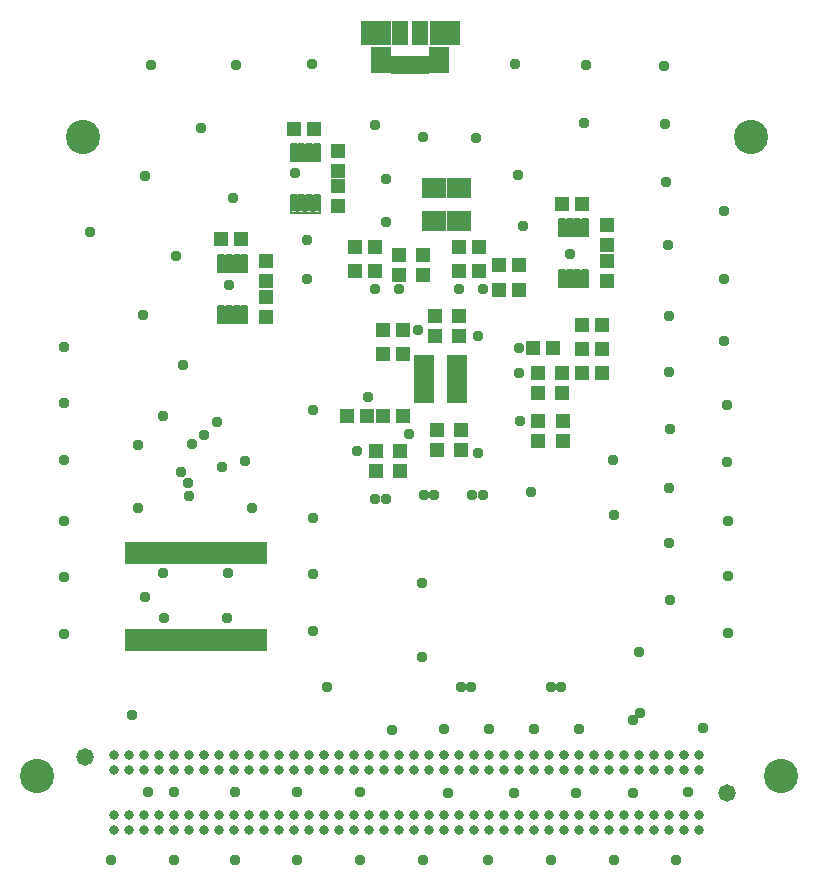
<source format=gbr>
G04 EAGLE Gerber X2 export*
G75*
%MOMM*%
%FSLAX34Y34*%
%LPD*%
%AMOC8*
5,1,8,0,0,1.08239X$1,22.5*%
G01*
%ADD10C,2.903200*%
%ADD11R,1.203200X1.303200*%
%ADD12R,1.303200X1.203200*%
%ADD13R,2.003200X1.803200*%
%ADD14R,1.803200X2.003200*%
%ADD15C,0.170800*%
%ADD16R,0.653200X1.583200*%
%ADD17R,1.678200X2.303200*%
%ADD18R,1.378200X2.103200*%
%ADD19R,2.578200X2.103200*%
%ADD20C,0.838200*%
%ADD21C,1.473200*%
%ADD22R,0.482600X1.879600*%
%ADD23C,0.959600*%


D10*
X69500Y650000D03*
X635000Y650000D03*
X30000Y109000D03*
X660000Y109000D03*
D11*
X224333Y497902D03*
X224333Y514902D03*
X368960Y385163D03*
X368960Y402163D03*
D12*
X323180Y414274D03*
X340180Y414274D03*
X340248Y486624D03*
X323248Y486624D03*
D11*
X387652Y481268D03*
X387652Y498268D03*
X285369Y638680D03*
X285369Y621680D03*
X285394Y591515D03*
X285394Y608515D03*
D12*
X247557Y657258D03*
X264557Y657258D03*
X387777Y536989D03*
X404777Y536989D03*
X421165Y521037D03*
X438165Y521037D03*
D11*
X336702Y533287D03*
X336702Y550287D03*
D12*
X185963Y563438D03*
X202963Y563438D03*
X316304Y536781D03*
X299304Y536781D03*
D13*
X387743Y578712D03*
X387743Y606712D03*
X366812Y578700D03*
X366812Y606700D03*
D12*
X316302Y557146D03*
X299302Y557146D03*
D11*
X357159Y533296D03*
X357159Y550296D03*
D12*
X421166Y541567D03*
X438166Y541567D03*
X387770Y557297D03*
X404770Y557297D03*
D11*
X512673Y575599D03*
X512673Y558599D03*
D12*
X474681Y593821D03*
X491681Y593821D03*
D11*
X512698Y528372D03*
X512698Y545372D03*
X224320Y545054D03*
X224320Y528054D03*
D12*
X491783Y450737D03*
X508783Y450737D03*
X491770Y471042D03*
X508770Y471042D03*
D11*
X474626Y450704D03*
X474626Y433704D03*
X475259Y409856D03*
X475259Y392856D03*
D12*
X491775Y491340D03*
X508775Y491340D03*
D11*
X454268Y450740D03*
X454268Y433740D03*
X454903Y409869D03*
X454903Y392869D03*
X317207Y384149D03*
X317207Y367149D03*
X337476Y384149D03*
X337476Y367149D03*
X389192Y385146D03*
X389192Y402146D03*
D12*
X310145Y414287D03*
X293145Y414287D03*
D11*
X367449Y481298D03*
X367449Y498298D03*
D12*
X340300Y466345D03*
X323300Y466345D03*
D14*
X357858Y455086D03*
X385858Y455086D03*
X357774Y434680D03*
X385774Y434680D03*
D15*
X496784Y522959D02*
X496784Y537583D01*
X496784Y522959D02*
X491660Y522959D01*
X491660Y537583D01*
X496784Y537583D01*
X496784Y524666D02*
X491660Y524666D01*
X491660Y526373D02*
X496784Y526373D01*
X496784Y528080D02*
X491660Y528080D01*
X491660Y529787D02*
X496784Y529787D01*
X496784Y531494D02*
X491660Y531494D01*
X491660Y533201D02*
X496784Y533201D01*
X496784Y534908D02*
X491660Y534908D01*
X491660Y536615D02*
X496784Y536615D01*
X490284Y537583D02*
X490284Y522959D01*
X485160Y522959D01*
X485160Y537583D01*
X490284Y537583D01*
X490284Y524666D02*
X485160Y524666D01*
X485160Y526373D02*
X490284Y526373D01*
X490284Y528080D02*
X485160Y528080D01*
X485160Y529787D02*
X490284Y529787D01*
X490284Y531494D02*
X485160Y531494D01*
X485160Y533201D02*
X490284Y533201D01*
X490284Y534908D02*
X485160Y534908D01*
X485160Y536615D02*
X490284Y536615D01*
X483784Y537583D02*
X483784Y522959D01*
X478660Y522959D01*
X478660Y537583D01*
X483784Y537583D01*
X483784Y524666D02*
X478660Y524666D01*
X478660Y526373D02*
X483784Y526373D01*
X483784Y528080D02*
X478660Y528080D01*
X478660Y529787D02*
X483784Y529787D01*
X483784Y531494D02*
X478660Y531494D01*
X478660Y533201D02*
X483784Y533201D01*
X483784Y534908D02*
X478660Y534908D01*
X478660Y536615D02*
X483784Y536615D01*
X477284Y537583D02*
X477284Y522959D01*
X472160Y522959D01*
X472160Y537583D01*
X477284Y537583D01*
X477284Y524666D02*
X472160Y524666D01*
X472160Y526373D02*
X477284Y526373D01*
X477284Y528080D02*
X472160Y528080D01*
X472160Y529787D02*
X477284Y529787D01*
X477284Y531494D02*
X472160Y531494D01*
X472160Y533201D02*
X477284Y533201D01*
X477284Y534908D02*
X472160Y534908D01*
X472160Y536615D02*
X477284Y536615D01*
X477284Y566359D02*
X477284Y580983D01*
X477284Y566359D02*
X472160Y566359D01*
X472160Y580983D01*
X477284Y580983D01*
X477284Y568066D02*
X472160Y568066D01*
X472160Y569773D02*
X477284Y569773D01*
X477284Y571480D02*
X472160Y571480D01*
X472160Y573187D02*
X477284Y573187D01*
X477284Y574894D02*
X472160Y574894D01*
X472160Y576601D02*
X477284Y576601D01*
X477284Y578308D02*
X472160Y578308D01*
X472160Y580015D02*
X477284Y580015D01*
X483784Y580983D02*
X483784Y566359D01*
X478660Y566359D01*
X478660Y580983D01*
X483784Y580983D01*
X483784Y568066D02*
X478660Y568066D01*
X478660Y569773D02*
X483784Y569773D01*
X483784Y571480D02*
X478660Y571480D01*
X478660Y573187D02*
X483784Y573187D01*
X483784Y574894D02*
X478660Y574894D01*
X478660Y576601D02*
X483784Y576601D01*
X483784Y578308D02*
X478660Y578308D01*
X478660Y580015D02*
X483784Y580015D01*
X490284Y580983D02*
X490284Y566359D01*
X485160Y566359D01*
X485160Y580983D01*
X490284Y580983D01*
X490284Y568066D02*
X485160Y568066D01*
X485160Y569773D02*
X490284Y569773D01*
X490284Y571480D02*
X485160Y571480D01*
X485160Y573187D02*
X490284Y573187D01*
X490284Y574894D02*
X485160Y574894D01*
X485160Y576601D02*
X490284Y576601D01*
X490284Y578308D02*
X485160Y578308D01*
X485160Y580015D02*
X490284Y580015D01*
X496784Y580983D02*
X496784Y566359D01*
X491660Y566359D01*
X491660Y580983D01*
X496784Y580983D01*
X496784Y568066D02*
X491660Y568066D01*
X491660Y569773D02*
X496784Y569773D01*
X496784Y571480D02*
X491660Y571480D01*
X491660Y573187D02*
X496784Y573187D01*
X496784Y574894D02*
X491660Y574894D01*
X491660Y576601D02*
X496784Y576601D01*
X496784Y578308D02*
X491660Y578308D01*
X491660Y580015D02*
X496784Y580015D01*
X208438Y507125D02*
X208438Y492501D01*
X203314Y492501D01*
X203314Y507125D01*
X208438Y507125D01*
X208438Y494208D02*
X203314Y494208D01*
X203314Y495915D02*
X208438Y495915D01*
X208438Y497622D02*
X203314Y497622D01*
X203314Y499329D02*
X208438Y499329D01*
X208438Y501036D02*
X203314Y501036D01*
X203314Y502743D02*
X208438Y502743D01*
X208438Y504450D02*
X203314Y504450D01*
X203314Y506157D02*
X208438Y506157D01*
X201938Y507125D02*
X201938Y492501D01*
X196814Y492501D01*
X196814Y507125D01*
X201938Y507125D01*
X201938Y494208D02*
X196814Y494208D01*
X196814Y495915D02*
X201938Y495915D01*
X201938Y497622D02*
X196814Y497622D01*
X196814Y499329D02*
X201938Y499329D01*
X201938Y501036D02*
X196814Y501036D01*
X196814Y502743D02*
X201938Y502743D01*
X201938Y504450D02*
X196814Y504450D01*
X196814Y506157D02*
X201938Y506157D01*
X195438Y507125D02*
X195438Y492501D01*
X190314Y492501D01*
X190314Y507125D01*
X195438Y507125D01*
X195438Y494208D02*
X190314Y494208D01*
X190314Y495915D02*
X195438Y495915D01*
X195438Y497622D02*
X190314Y497622D01*
X190314Y499329D02*
X195438Y499329D01*
X195438Y501036D02*
X190314Y501036D01*
X190314Y502743D02*
X195438Y502743D01*
X195438Y504450D02*
X190314Y504450D01*
X190314Y506157D02*
X195438Y506157D01*
X188938Y507125D02*
X188938Y492501D01*
X183814Y492501D01*
X183814Y507125D01*
X188938Y507125D01*
X188938Y494208D02*
X183814Y494208D01*
X183814Y495915D02*
X188938Y495915D01*
X188938Y497622D02*
X183814Y497622D01*
X183814Y499329D02*
X188938Y499329D01*
X188938Y501036D02*
X183814Y501036D01*
X183814Y502743D02*
X188938Y502743D01*
X188938Y504450D02*
X183814Y504450D01*
X183814Y506157D02*
X188938Y506157D01*
X188938Y535901D02*
X188938Y550525D01*
X188938Y535901D02*
X183814Y535901D01*
X183814Y550525D01*
X188938Y550525D01*
X188938Y537608D02*
X183814Y537608D01*
X183814Y539315D02*
X188938Y539315D01*
X188938Y541022D02*
X183814Y541022D01*
X183814Y542729D02*
X188938Y542729D01*
X188938Y544436D02*
X183814Y544436D01*
X183814Y546143D02*
X188938Y546143D01*
X188938Y547850D02*
X183814Y547850D01*
X183814Y549557D02*
X188938Y549557D01*
X195438Y550525D02*
X195438Y535901D01*
X190314Y535901D01*
X190314Y550525D01*
X195438Y550525D01*
X195438Y537608D02*
X190314Y537608D01*
X190314Y539315D02*
X195438Y539315D01*
X195438Y541022D02*
X190314Y541022D01*
X190314Y542729D02*
X195438Y542729D01*
X195438Y544436D02*
X190314Y544436D01*
X190314Y546143D02*
X195438Y546143D01*
X195438Y547850D02*
X190314Y547850D01*
X190314Y549557D02*
X195438Y549557D01*
X201938Y550525D02*
X201938Y535901D01*
X196814Y535901D01*
X196814Y550525D01*
X201938Y550525D01*
X201938Y537608D02*
X196814Y537608D01*
X196814Y539315D02*
X201938Y539315D01*
X201938Y541022D02*
X196814Y541022D01*
X196814Y542729D02*
X201938Y542729D01*
X201938Y544436D02*
X196814Y544436D01*
X196814Y546143D02*
X201938Y546143D01*
X201938Y547850D02*
X196814Y547850D01*
X196814Y549557D02*
X201938Y549557D01*
X208438Y550525D02*
X208438Y535901D01*
X203314Y535901D01*
X203314Y550525D01*
X208438Y550525D01*
X208438Y537608D02*
X203314Y537608D01*
X203314Y539315D02*
X208438Y539315D01*
X208438Y541022D02*
X203314Y541022D01*
X203314Y542729D02*
X208438Y542729D01*
X208438Y544436D02*
X203314Y544436D01*
X203314Y546143D02*
X208438Y546143D01*
X208438Y547850D02*
X203314Y547850D01*
X203314Y549557D02*
X208438Y549557D01*
X269594Y586227D02*
X269594Y600851D01*
X269594Y586227D02*
X264470Y586227D01*
X264470Y600851D01*
X269594Y600851D01*
X269594Y587934D02*
X264470Y587934D01*
X264470Y589641D02*
X269594Y589641D01*
X269594Y591348D02*
X264470Y591348D01*
X264470Y593055D02*
X269594Y593055D01*
X269594Y594762D02*
X264470Y594762D01*
X264470Y596469D02*
X269594Y596469D01*
X269594Y598176D02*
X264470Y598176D01*
X264470Y599883D02*
X269594Y599883D01*
X263094Y600851D02*
X263094Y586227D01*
X257970Y586227D01*
X257970Y600851D01*
X263094Y600851D01*
X263094Y587934D02*
X257970Y587934D01*
X257970Y589641D02*
X263094Y589641D01*
X263094Y591348D02*
X257970Y591348D01*
X257970Y593055D02*
X263094Y593055D01*
X263094Y594762D02*
X257970Y594762D01*
X257970Y596469D02*
X263094Y596469D01*
X263094Y598176D02*
X257970Y598176D01*
X257970Y599883D02*
X263094Y599883D01*
X256594Y600851D02*
X256594Y586227D01*
X251470Y586227D01*
X251470Y600851D01*
X256594Y600851D01*
X256594Y587934D02*
X251470Y587934D01*
X251470Y589641D02*
X256594Y589641D01*
X256594Y591348D02*
X251470Y591348D01*
X251470Y593055D02*
X256594Y593055D01*
X256594Y594762D02*
X251470Y594762D01*
X251470Y596469D02*
X256594Y596469D01*
X256594Y598176D02*
X251470Y598176D01*
X251470Y599883D02*
X256594Y599883D01*
X250094Y600851D02*
X250094Y586227D01*
X244970Y586227D01*
X244970Y600851D01*
X250094Y600851D01*
X250094Y587934D02*
X244970Y587934D01*
X244970Y589641D02*
X250094Y589641D01*
X250094Y591348D02*
X244970Y591348D01*
X244970Y593055D02*
X250094Y593055D01*
X250094Y594762D02*
X244970Y594762D01*
X244970Y596469D02*
X250094Y596469D01*
X250094Y598176D02*
X244970Y598176D01*
X244970Y599883D02*
X250094Y599883D01*
X250094Y629627D02*
X250094Y644251D01*
X250094Y629627D02*
X244970Y629627D01*
X244970Y644251D01*
X250094Y644251D01*
X250094Y631334D02*
X244970Y631334D01*
X244970Y633041D02*
X250094Y633041D01*
X250094Y634748D02*
X244970Y634748D01*
X244970Y636455D02*
X250094Y636455D01*
X250094Y638162D02*
X244970Y638162D01*
X244970Y639869D02*
X250094Y639869D01*
X250094Y641576D02*
X244970Y641576D01*
X244970Y643283D02*
X250094Y643283D01*
X256594Y644251D02*
X256594Y629627D01*
X251470Y629627D01*
X251470Y644251D01*
X256594Y644251D01*
X256594Y631334D02*
X251470Y631334D01*
X251470Y633041D02*
X256594Y633041D01*
X256594Y634748D02*
X251470Y634748D01*
X251470Y636455D02*
X256594Y636455D01*
X256594Y638162D02*
X251470Y638162D01*
X251470Y639869D02*
X256594Y639869D01*
X256594Y641576D02*
X251470Y641576D01*
X251470Y643283D02*
X256594Y643283D01*
X263094Y644251D02*
X263094Y629627D01*
X257970Y629627D01*
X257970Y644251D01*
X263094Y644251D01*
X263094Y631334D02*
X257970Y631334D01*
X257970Y633041D02*
X263094Y633041D01*
X263094Y634748D02*
X257970Y634748D01*
X257970Y636455D02*
X263094Y636455D01*
X263094Y638162D02*
X257970Y638162D01*
X257970Y639869D02*
X263094Y639869D01*
X263094Y641576D02*
X257970Y641576D01*
X257970Y643283D02*
X263094Y643283D01*
X269594Y644251D02*
X269594Y629627D01*
X264470Y629627D01*
X264470Y644251D01*
X269594Y644251D01*
X269594Y631334D02*
X264470Y631334D01*
X264470Y633041D02*
X269594Y633041D01*
X269594Y634748D02*
X264470Y634748D01*
X264470Y636455D02*
X269594Y636455D01*
X269594Y638162D02*
X264470Y638162D01*
X264470Y639869D02*
X269594Y639869D01*
X269594Y641576D02*
X264470Y641576D01*
X264470Y643283D02*
X269594Y643283D01*
D16*
X333228Y711407D03*
X339728Y711407D03*
X346228Y711407D03*
X352728Y711407D03*
X359228Y711407D03*
D17*
X370853Y715007D03*
X321603Y715007D03*
D18*
X337853Y738007D03*
X354603Y738007D03*
D19*
X317103Y738007D03*
X375353Y738007D03*
D11*
X467389Y471124D03*
X450389Y471124D03*
D20*
X590502Y63200D03*
X577802Y63200D03*
X565102Y63200D03*
X552402Y63200D03*
X539702Y63200D03*
X527002Y63200D03*
X514302Y63200D03*
X501602Y63200D03*
X488902Y63200D03*
X476202Y63200D03*
X463502Y63200D03*
X450802Y63200D03*
X438102Y63200D03*
X425402Y63200D03*
X412702Y63200D03*
X400002Y63200D03*
X387302Y63200D03*
X374602Y63200D03*
X361902Y63200D03*
X349202Y63200D03*
X336502Y63200D03*
X323802Y63200D03*
X311102Y63200D03*
X298402Y63200D03*
X285702Y63200D03*
X273002Y63200D03*
X260302Y63200D03*
X247602Y63200D03*
X234902Y63200D03*
X222202Y63200D03*
X209502Y63200D03*
X196802Y63200D03*
X184102Y63200D03*
X171402Y63200D03*
X158702Y63200D03*
X146002Y63200D03*
X133302Y63200D03*
X120602Y63200D03*
X107902Y63200D03*
X95202Y63200D03*
X590502Y75900D03*
X577802Y75900D03*
X565102Y75900D03*
X552402Y75900D03*
X539702Y75900D03*
X527002Y75900D03*
X514302Y75900D03*
X501602Y75900D03*
X488902Y75900D03*
X476202Y75900D03*
X463502Y75900D03*
X450802Y75900D03*
X438102Y75900D03*
X425402Y75900D03*
X412702Y75900D03*
X400002Y75900D03*
X387302Y75900D03*
X374602Y75900D03*
X361902Y75900D03*
X349202Y75900D03*
X336502Y75900D03*
X323802Y75900D03*
X311102Y75900D03*
X298402Y75900D03*
X285702Y75900D03*
X273002Y75900D03*
X260302Y75900D03*
X247602Y75900D03*
X234902Y75900D03*
X222202Y75900D03*
X209502Y75900D03*
X196802Y75900D03*
X184102Y75900D03*
X171402Y75900D03*
X158702Y75900D03*
X146002Y75900D03*
X133302Y75900D03*
X120602Y75900D03*
X107902Y75900D03*
X95202Y75900D03*
X590502Y114000D03*
X577802Y114000D03*
X565102Y114000D03*
X552402Y114000D03*
X539702Y114000D03*
X527002Y114000D03*
X514302Y114000D03*
X501602Y114000D03*
X488902Y114000D03*
X476202Y114000D03*
X463502Y114000D03*
X450802Y114000D03*
X438102Y114000D03*
X425402Y114000D03*
X412702Y114000D03*
X400002Y114000D03*
X387302Y114000D03*
X374602Y114000D03*
X361902Y114000D03*
X349202Y114000D03*
X336502Y114000D03*
X323802Y114000D03*
X311102Y114000D03*
X298402Y114000D03*
X285702Y114000D03*
X273002Y114000D03*
X260302Y114000D03*
X247602Y114000D03*
X234902Y114000D03*
X222202Y114000D03*
X209502Y114000D03*
X196802Y114000D03*
X184102Y114000D03*
X171402Y114000D03*
X158702Y114000D03*
X146002Y114000D03*
X133302Y114000D03*
X120602Y114000D03*
X107902Y114000D03*
X95202Y114000D03*
X590502Y126700D03*
X577802Y126700D03*
X565102Y126700D03*
X552402Y126700D03*
X539702Y126700D03*
X527002Y126700D03*
X514302Y126700D03*
X501602Y126700D03*
X488902Y126700D03*
X476202Y126700D03*
X463502Y126700D03*
X450802Y126700D03*
X438102Y126700D03*
X425402Y126700D03*
X412702Y126700D03*
X400002Y126700D03*
X387302Y126700D03*
X374602Y126700D03*
X361902Y126700D03*
X349202Y126700D03*
X336502Y126700D03*
X323802Y126700D03*
X311102Y126700D03*
X298402Y126700D03*
X285702Y126700D03*
X273002Y126700D03*
X260302Y126700D03*
X247602Y126700D03*
X234902Y126700D03*
X222202Y126700D03*
X209502Y126700D03*
X196802Y126700D03*
X184102Y126700D03*
X171402Y126700D03*
X158702Y126700D03*
X146002Y126700D03*
X133302Y126700D03*
X120602Y126700D03*
X107902Y126700D03*
X95202Y126700D03*
D21*
X614759Y94950D03*
X70945Y125430D03*
D22*
X107219Y297688D03*
X112219Y297688D03*
X117219Y297688D03*
X122219Y297688D03*
X127219Y297688D03*
X132219Y297688D03*
X137219Y297688D03*
X142219Y297688D03*
X147219Y297688D03*
X152219Y297688D03*
X157219Y297688D03*
X162219Y297688D03*
X167219Y297688D03*
X172219Y297688D03*
X177219Y297688D03*
X182219Y297688D03*
X187219Y297688D03*
X192219Y297688D03*
X197219Y297688D03*
X202219Y297688D03*
X207219Y297688D03*
X212219Y297688D03*
X217219Y297688D03*
X222219Y297688D03*
X222219Y224282D03*
X217219Y224282D03*
X212219Y224282D03*
X207219Y224282D03*
X202219Y224282D03*
X197219Y224282D03*
X192219Y224282D03*
X187219Y224282D03*
X182219Y224282D03*
X177219Y224282D03*
X172219Y224282D03*
X167219Y224282D03*
X162219Y224282D03*
X157219Y224282D03*
X152219Y224282D03*
X147219Y224282D03*
X142219Y224282D03*
X137219Y224282D03*
X132219Y224282D03*
X127219Y224282D03*
X122219Y224282D03*
X117219Y224282D03*
X112219Y224282D03*
X107219Y224282D03*
D23*
X122174Y260858D03*
X615442Y230124D03*
X565912Y257810D03*
X615188Y278384D03*
X565658Y306070D03*
X540258Y214122D03*
X615188Y325374D03*
X518668Y329692D03*
X565658Y353060D03*
X518414Y376682D03*
X614426Y375158D03*
X448310Y349250D03*
X356616Y272796D03*
X356362Y209550D03*
X263906Y327406D03*
X263906Y280416D03*
X264160Y232156D03*
X275844Y184150D03*
X565912Y403098D03*
X571754Y38100D03*
X486918Y94996D03*
X518668Y38100D03*
X465328Y38100D03*
X412242Y38100D03*
X357124Y37846D03*
X304038Y37846D03*
X250698Y37846D03*
X197612Y37846D03*
X250698Y95504D03*
X197612Y95504D03*
X378714Y94742D03*
X304038Y95504D03*
X433832Y94996D03*
X146050Y38100D03*
X92964Y38100D03*
X115824Y336042D03*
X52832Y324612D03*
X52832Y277622D03*
X53086Y229362D03*
X115570Y389128D03*
X53086Y376682D03*
X52832Y424942D03*
X52832Y471932D03*
X153670Y457200D03*
X120142Y499110D03*
X148082Y549656D03*
X259080Y529590D03*
X169164Y657352D03*
X196088Y598170D03*
X121412Y616966D03*
X74930Y569722D03*
X127254Y711200D03*
X198882Y710946D03*
X262890Y711708D03*
X437388Y617982D03*
X441960Y575056D03*
X402336Y648970D03*
X357378Y649732D03*
X316484Y659892D03*
X325882Y614680D03*
X325628Y578104D03*
X259080Y562864D03*
X435356Y711708D03*
X495300Y710946D03*
X493522Y662178D03*
X562102Y660908D03*
X560832Y710184D03*
X562610Y612140D03*
X564642Y558292D03*
X611886Y587756D03*
X611886Y530098D03*
X612394Y477266D03*
X565658Y498348D03*
X565658Y451358D03*
X614172Y423418D03*
X594614Y150114D03*
X581152Y95758D03*
X488950Y149098D03*
X451104Y148844D03*
X413004Y148844D03*
X375158Y149098D03*
X330708Y148082D03*
X534733Y156197D03*
X541160Y162624D03*
X316791Y344068D03*
X325879Y344068D03*
X389105Y184531D03*
X398193Y184531D03*
X357660Y346812D03*
X366748Y346812D03*
X465280Y184480D03*
X474368Y184480D03*
X398503Y347066D03*
X438155Y471098D03*
X301600Y384124D03*
X438912Y409880D03*
X438582Y450698D03*
X183058Y408584D03*
X172136Y397916D03*
X161366Y389941D03*
X158598Y357048D03*
X151917Y366293D03*
X345567Y398323D03*
X186944Y370840D03*
X206273Y375844D03*
X212141Y335991D03*
X264058Y419303D03*
X158826Y345846D03*
X407591Y347066D03*
X316306Y521081D03*
X336677Y521081D03*
X387680Y521081D03*
X408102Y521081D03*
X403835Y481279D03*
X352755Y486613D03*
X310236Y430301D03*
X404038Y382270D03*
X192227Y281076D03*
X137185Y280670D03*
X137160Y413944D03*
X124358Y95174D03*
X192710Y524891D03*
X481228Y551282D03*
X535000Y94539D03*
X146101Y95275D03*
X248869Y620039D03*
X138049Y242748D03*
X190830Y242824D03*
X110769Y160807D03*
M02*

</source>
